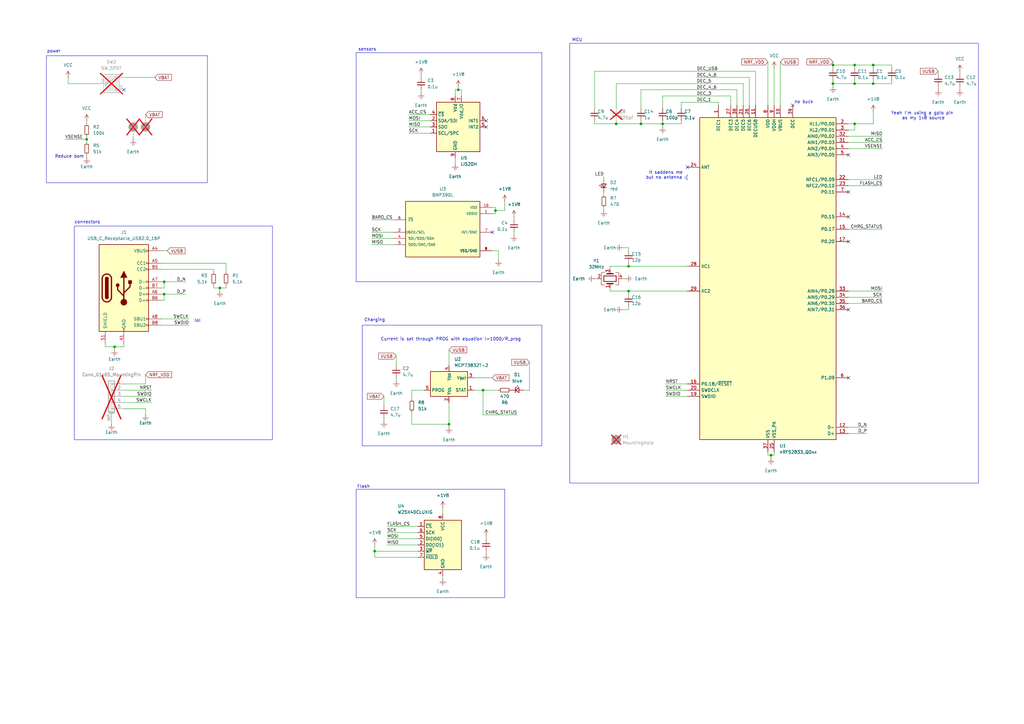
<source format=kicad_sch>
(kicad_sch (version 20231120) (generator "eeschema") (generator_version "8.0")
  (paper "A3")
  (lib_symbols
    (symbol "BMP390L:BMP390L" (pin_names (offset 1.016))
      (property "Reference" "U" (at -15.24 15.24 0))
      (property "Value" "BMP390L" (at -15.24 -15.24 0))
      (symbol "BMP390L_0_0"
        (pin power_in line (at 20.32 7.62 180) (length 5.08) (name "VDDIO") (number "1"))
        (pin power_in line (at 20.32 10.16 180) (length 5.08) (name "VDD") (number "10"))
        (pin input clock (at -20.32 0 0) (length 5.08) (name "SCK/SCL") (number "2"))
        (pin power_in line (at 20.32 -7.62 180) (length 5.08) (name "VSS/GND") (number "3"))
        (pin bidirectional line (at -20.32 -2.54 0) (length 5.08) (name "SDI/SDO/SDA") (number "4"))
        (pin bidirectional line (at -20.32 -5.08 0) (length 5.08) (name "SDO/DNC/SA0") (number "5"))
        (pin input line (at -20.32 5.08 0) (length 5.08) (name "~{CS}") (number "6"))
        (pin output line (at 20.32 0 180) (length 5.08) (name "INT/DNC") (number "7"))
        (pin power_in line (at 20.32 -7.62 180) (length 5.08) (name "VSS/GND") (number "8"))
        (pin power_in line (at 20.32 -7.62 180) (length 5.08) (name "VSS/GND") (number "9"))
      )
    )
    (symbol "Battery_Management:MCP73832-2-OT"
      (property "Reference" "U" (at -7.62 6.35 0))
      (property "Value" "MCP73832-2-OT" (at 1.27 6.35 0))
      (symbol "MCP73832-2-OT_1_1"
        (pin open_collector line (at 10.16 -2.54 180) (length 2.54) (name "STAT") (number "1"))
        (pin power_in line (at 0 -7.62 90) (length 2.54) (name "V_{SS}") (number "2"))
        (pin power_out line (at 10.16 2.54 180) (length 2.54) (name "V_{BAT}") (number "3"))
        (pin power_in line (at 0 7.62 270) (length 2.54) (name "V_{DD}") (number "4"))
        (pin input line (at -10.16 -2.54 0) (length 2.54) (name "PROG") (number "5"))
      )
    )
    (symbol "Connector:USB_C_Receptacle_USB2.0_16P" (pin_names (offset 1.016))
      (property "Reference" "J" (at 0 22.225 0))
      (property "Value" "USB_C_Receptacle_USB2.0_16P" (at 0 19.685 0))
      (symbol "USB_C_Receptacle_USB2.0_16P_1_1"
        (pin passive line (at 0 -22.86 90) (length 5.08) (name "GND") (number "A1"))
        (pin passive line (at 0 -22.86 90) (length 5.08) hide (name "GND") (number "A12"))
        (pin passive line (at 15.24 15.24 180) (length 5.08) (name "VBUS") (number "A4"))
        (pin bidirectional line (at 15.24 10.16 180) (length 5.08) (name "CC1") (number "A5"))
        (pin bidirectional line (at 15.24 -2.54 180) (length 5.08) (name "D+") (number "A6"))
        (pin bidirectional line (at 15.24 2.54 180) (length 5.08) (name "D-") (number "A7"))
        (pin bidirectional line (at 15.24 -12.7 180) (length 5.08) (name "SBU1") (number "A8"))
        (pin passive line (at 15.24 15.24 180) (length 5.08) hide (name "VBUS") (number "A9"))
        (pin passive line (at 0 -22.86 90) (length 5.08) hide (name "GND") (number "B1"))
        (pin passive line (at 0 -22.86 90) (length 5.08) hide (name "GND") (number "B12"))
        (pin passive line (at 15.24 15.24 180) (length 5.08) hide (name "VBUS") (number "B4"))
        (pin bidirectional line (at 15.24 7.62 180) (length 5.08) (name "CC2") (number "B5"))
        (pin bidirectional line (at 15.24 -5.08 180) (length 5.08) (name "D+") (number "B6"))
        (pin bidirectional line (at 15.24 0 180) (length 5.08) (name "D-") (number "B7"))
        (pin bidirectional line (at 15.24 -15.24 180) (length 5.08) (name "SBU2") (number "B8"))
        (pin passive line (at 15.24 15.24 180) (length 5.08) hide (name "VBUS") (number "B9"))
        (pin passive line (at -7.62 -22.86 90) (length 5.08) (name "SHIELD") (number "S1"))
      )
    )
    (symbol "Connector_Generic_MountingPin:Conn_01x05_MountingPin" (pin_names (offset 1.016) hide)
      (property "Reference" "J" (at 0 7.62 0))
      (property "Value" "Conn_01x05_MountingPin" (at 1.27 -7.62 0))
      (symbol "Conn_01x05_MountingPin_1_1"
        (text "Mounting" (at 0 -6.731 0) (effects (font (size 0.381 0.381))))
        (pin passive line (at -5.08 5.08 0) (length 3.81) (name "Pin_1") (number "1"))
        (pin passive line (at -5.08 2.54 0) (length 3.81) (name "Pin_2") (number "2"))
        (pin passive line (at -5.08 0 0) (length 3.81) (name "Pin_3") (number "3"))
        (pin passive line (at -5.08 -2.54 0) (length 3.81) (name "Pin_4") (number "4"))
        (pin passive line (at -5.08 -5.08 0) (length 3.81) (name "Pin_5") (number "5"))
        (pin passive line (at 0 -10.16 90) (length 3.048) (name "MountPin") (number "MP"))
      )
    )
    (symbol "Device:C_Small" (pin_numbers hide) (pin_names (offset 0.254) hide)
      (property "Reference" "C" (at 0.254 1.778 0))
      (property "Value" "C_Small" (at 0.254 -2.032 0))
      (symbol "C_Small_1_1"
        (pin passive line (at 0 2.54 270) (length 2.032) (name "~") (number "1"))
        (pin passive line (at 0 -2.54 90) (length 2.032) (name "~") (number "2"))
      )
    )
    (symbol "Device:Crystal_GND24" (pin_names (offset 1.016) hide)
      (property "Reference" "Y" (at 3.175 5.08 0))
      (property "Value" "Crystal_GND24" (at 3.175 3.175 0))
      (symbol "Crystal_GND24_1_1"
        (pin passive line (at -3.81 0 0) (length 1.27) (name "1") (number "1"))
        (pin passive line (at 0 5.08 270) (length 1.27) (name "2") (number "2"))
        (pin passive line (at 3.81 0 180) (length 1.27) (name "3") (number "3"))
        (pin passive line (at 0 -5.08 90) (length 1.27) (name "4") (number "4"))
      )
    )
    (symbol "Device:LED_Small" (pin_numbers hide) (pin_names (offset 0.254) hide)
      (property "Reference" "D" (at -1.27 3.175 0))
      (property "Value" "LED_Small" (at -4.445 -2.54 0))
      (symbol "LED_Small_1_1"
        (pin passive line (at -2.54 0 0) (length 1.778) (name "K") (number "1"))
        (pin passive line (at 2.54 0 180) (length 1.778) (name "A") (number "2"))
      )
    )
    (symbol "Device:R_Small" (pin_numbers hide) (pin_names (offset 0.254) hide)
      (property "Reference" "R" (at 0.762 0.508 0))
      (property "Value" "R_Small" (at 0.762 -1.016 0))
      (symbol "R_Small_1_1"
        (pin passive line (at 0 2.54 270) (length 0.762) (name "~") (number "1"))
        (pin passive line (at 0 -2.54 90) (length 0.762) (name "~") (number "2"))
      )
    )
    (symbol "MCU_Nordic:nRF52833_QDxx"
      (property "Reference" "U" (at 0 5.08 0))
      (property "Value" "nRF52833_QDxx" (at 0 2.54 0))
      (symbol "nRF52833_QDxx_1_1"
        (pin passive line (at -20.32 71.12 270) (length 5.08) (name "DEC1") (number "1"))
        (pin power_in line (at 5.08 71.12 270) (length 5.08) (name "VBUS") (number "10"))
        (pin passive line (at -5.08 71.12 270) (length 5.08) (name "DECUSB") (number "11"))
        (pin bidirectional line (at 33.02 -60.96 180) (length 5.08) (name "D-") (number "12"))
        (pin bidirectional line (at 33.02 -63.5 180) (length 5.08) (name "D+") (number "13"))
        (pin bidirectional line (at 33.02 25.4 180) (length 5.08) (name "P0.15") (number "14"))
        (pin bidirectional line (at 33.02 20.32 180) (length 5.08) (name "P0.17") (number "15"))
        (pin bidirectional line (at -33.02 -43.18 0) (length 5.08) (name "P0.18/~{RESET}") (number "16"))
        (pin bidirectional line (at 33.02 15.24 180) (length 5.08) (name "P0.20") (number "17"))
        (pin passive line (at 0 71.12 270) (length 5.08) hide (name "VDD") (number "18"))
        (pin bidirectional line (at -33.02 -48.26 0) (length 5.08) (name "SWDIO") (number "19"))
        (pin bidirectional line (at 33.02 63.5 180) (length 5.08) (name "XL1/P0.00") (number "2"))
        (pin input line (at -33.02 -45.72 0) (length 5.08) (name "SWDCLK") (number "20"))
        (pin passive line (at -10.16 71.12 270) (length 5.08) (name "DEC5") (number "21"))
        (pin bidirectional line (at 33.02 40.64 180) (length 5.08) (name "NFC1/P0.09") (number "22"))
        (pin bidirectional line (at 33.02 38.1 180) (length 5.08) (name "NFC2/P0.10") (number "23"))
        (pin passive line (at -33.02 45.72 0) (length 5.08) (name "ANT") (number "24"))
        (pin power_in line (at 2.54 -71.12 90) (length 5.08) (name "VSS_PA") (number "25"))
        (pin passive line (at -7.62 71.12 270) (length 5.08) (name "DEC6") (number "26"))
        (pin passive line (at -15.24 71.12 270) (length 5.08) (name "DEC3") (number "27"))
        (pin input line (at -33.02 5.08 0) (length 5.08) (name "XC1") (number "28"))
        (pin input line (at -33.02 -5.08 0) (length 5.08) (name "XC2") (number "29"))
        (pin bidirectional line (at 33.02 60.96 180) (length 5.08) (name "XL2/P0.01") (number "3"))
        (pin passive line (at 0 71.12 270) (length 5.08) hide (name "VDD") (number "30"))
        (pin bidirectional line (at 33.02 55.88 180) (length 5.08) (name "AIN1/P0.03") (number "31"))
        (pin bidirectional line (at 33.02 58.42 180) (length 5.08) (name "AIN0/P0.02") (number "32"))
        (pin bidirectional line (at 33.02 -5.08 180) (length 5.08) (name "AIN4/P0.28") (number "33"))
        (pin bidirectional line (at 33.02 -7.62 180) (length 5.08) (name "AIN5/P0.29") (number "34"))
        (pin bidirectional line (at 33.02 -10.16 180) (length 5.08) (name "AIN6/P0.30") (number "35"))
        (pin bidirectional line (at 33.02 -12.7 180) (length 5.08) (name "AIN7/P0.31") (number "36"))
        (pin power_in line (at 0 -71.12 90) (length 5.08) (name "VSS") (number "37"))
        (pin passive line (at -12.7 71.12 270) (length 5.08) (name "DEC4") (number "38"))
        (pin power_out line (at 10.16 71.12 270) (length 5.08) (name "DCC") (number "39"))
        (pin bidirectional line (at 33.02 53.34 180) (length 5.08) (name "AIN2/P0.04") (number "4"))
        (pin passive line (at 0 71.12 270) (length 5.08) hide (name "VDD") (number "40"))
        (pin passive line (at 0 -71.12 90) (length 5.08) hide (name "VSS") (number "41"))
        (pin bidirectional line (at 33.02 50.8 180) (length 5.08) (name "AIN3/P0.05") (number "5"))
        (pin bidirectional line (at 33.02 -40.64 180) (length 5.08) (name "P1.09") (number "6"))
        (pin bidirectional line (at 33.02 35.56 180) (length 5.08) (name "P0.11") (number "7"))
        (pin power_in line (at 0 71.12 270) (length 5.08) (name "VDD") (number "8"))
        (pin power_in line (at 2.54 71.12 270) (length 5.08) (name "VDDH") (number "9"))
      )
    )
    (symbol "Mechanical:MountingHole" (pin_names (offset 1.016)) (exclude_from_sim yes) (in_bom no)
      (property "Reference" "H" (at 0 5.08 0))
      (property "Value" "MountingHole" (at 0 3.175 0))
    )
    (symbol "Mechanical:MountingHole_Pad" (pin_numbers hide) (pin_names (offset 1.016) hide) (exclude_from_sim yes) (in_bom no)
      (property "Reference" "H" (at 0 6.35 0))
      (property "Value" "MountingHole_Pad" (at 0 4.445 0))
      (symbol "MountingHole_Pad_1_1"
        (pin input line (at 0 -2.54 90) (length 2.54) (name "1") (number "1"))
      )
    )
    (symbol "Memory_Flash:W25X40CLSS"
      (property "Reference" "U" (at -7.62 10.16 0))
      (property "Value" "W25X40CLSS" (at 2.54 10.16 0))
      (symbol "W25X40CLSS_1_1"
        (pin input line (at -10.16 7.62 0) (length 2.54) (name "~{CS}") (number "1"))
        (pin bidirectional line (at -10.16 0 0) (length 2.54) (name "DO(IO1)") (number "2"))
        (pin bidirectional line (at -10.16 -2.54 0) (length 2.54) (name "~{WP}") (number "3"))
        (pin power_in line (at 0 -12.7 90) (length 2.54) (name "GND") (number "4"))
        (pin bidirectional line (at -10.16 2.54 0) (length 2.54) (name "DI(IO0)") (number "5"))
        (pin input line (at -10.16 5.08 0) (length 2.54) (name "SCK") (number "6"))
        (pin bidirectional line (at -10.16 -5.08 0) (length 2.54) (name "~{HOLD}") (number "7"))
        (pin power_in line (at 0 12.7 270) (length 2.54) (name "VCC") (number "8"))
      )
    )
    (symbol "Sensor_Motion:LIS2DH"
      (property "Reference" "U" (at -8.89 11.43 0))
      (property "Value" "LIS2DH" (at 3.81 11.43 0))
      (symbol "LIS2DH_1_1"
        (pin input line (at -10.16 -2.54 0) (length 2.54) (name "SCL/SPC") (number "1"))
        (pin passive line (at 0 -12.7 90) (length 2.54) hide (name "GND") (number "10"))
        (pin passive line (at 0 -12.7 90) (length 2.54) hide (name "GND") (number "11"))
        (pin passive line (at 0 -12.7 90) (length 2.54) hide (name "GND") (number "12"))
        (pin passive line (at 0 -12.7 90) (length 2.54) hide (name "GND") (number "13"))
        (pin passive line (at 0 -12.7 90) (length 2.54) hide (name "GND") (number "14"))
        (pin bidirectional line (at -10.16 2.54 0) (length 2.54) (name "SDA/SDI") (number "2"))
        (pin output line (at -10.16 0 0) (length 2.54) (name "SDO") (number "3"))
        (pin input line (at -10.16 5.08 0) (length 2.54) (name "~{CS}") (number "4"))
        (pin output line (at 12.7 0 180) (length 2.54) (name "INT2") (number "5"))
        (pin output line (at 12.7 2.54 180) (length 2.54) (name "INT1") (number "6"))
        (pin power_in line (at 2.54 12.7 270) (length 2.54) (name "Vdd_IO") (number "7"))
        (pin power_in line (at 0 12.7 270) (length 2.54) (name "Vdd") (number "8"))
        (pin power_in line (at 0 -12.7 90) (length 2.54) (name "GND") (number "9"))
      )
    )
    (symbol "Switch:SW_SPDT" (pin_names (offset 0) hide)
      (property "Reference" "SW" (at 0 5.08 0))
      (property "Value" "SW_SPDT" (at 0 -5.08 0))
      (symbol "SW_SPDT_1_1"
        (pin passive line (at 5.08 2.54 180) (length 2.54) (name "A") (number "1"))
        (pin passive line (at -5.08 0 0) (length 2.54) (name "B") (number "2"))
        (pin passive line (at 5.08 -2.54 180) (length 2.54) (name "C") (number "3"))
      )
    )
    (symbol "power:+1V8" (power) (pin_numbers hide) (pin_names (offset 0) hide)
      (property "Value" "+1V8" (at 0 3.556 0))
      (symbol "+1V8_1_1"
        (pin power_in line (at 0 0 90) (length 0) (name "~") (number "1"))
      )
    )
    (symbol "power:Earth" (power) (pin_numbers hide) (pin_names (offset 0) hide)
      (property "Value" "Earth" (at 0 -3.81 0))
      (symbol "Earth_1_1"
        (pin power_in line (at 0 0 270) (length 0) (name "~") (number "1"))
      )
    )
    (symbol "power:VCC" (power) (pin_numbers hide) (pin_names (offset 0) hide)
      (property "Value" "VCC" (at 0 3.556 0))
      (symbol "VCC_1_1"
        (pin power_in line (at 0 0 90) (length 0) (name "~") (number "1"))
      )
    )
  )
  (junction (at 257.81 109.22))
  (junction (at 358.14 26.67))
  (junction (at 67.31 120.65))
  (junction (at 153.67 226.06))
  (junction (at 203.2 86.36))
  (junction (at 35.56 57.15))
  (junction (at 341.63 26.67))
  (junction (at 350.52 50.8))
  (junction (at 198.12 160.02))
  (junction (at 350.52 34.29))
  (junction (at 252.73 50.8))
  (junction (at 316.23 186.69))
  (junction (at 184.15 173.99))
  (junction (at 187.96 36.83))
  (junction (at 257.81 119.38))
  (junction (at 341.63 34.29))
  (junction (at 271.78 50.8))
  (junction (at 67.31 115.57))
  (junction (at 262.89 50.8))
  (junction (at 350.52 26.67))
  (junction (at 46.99 142.24))
  (junction (at 90.17 118.11))
  (junction (at 358.14 34.29))
  (no_connect (at 347.98 88.9))
  (no_connect (at 325.12 43.18))
  (no_connect (at 347.98 127))
  (no_connect (at 347.98 63.5))
  (no_connect (at 347.98 99.06))
  (no_connect (at 199.39 49.53))
  (no_connect (at 201.93 95.25))
  (no_connect (at 347.98 78.74))
  (no_connect (at 281.94 68.58))
  (no_connect (at 199.39 52.07))
  (no_connect (at 50.8 36.83))
  (no_connect (at 347.98 154.94))
  (wire (pts (xy 384.81 35.56) (xy 384.81 36.83)))
  (wire (pts (xy 59.69 153.67) (xy 59.69 157.48)))
  (wire (pts (xy 341.63 26.67) (xy 341.63 27.94)))
  (wire (pts (xy 347.98 175.26) (xy 355.6 175.26)))
  (wire (pts (xy 59.69 46.99) (xy 59.69 48.26)))
  (wire (pts (xy 66.04 123.19) (xy 67.31 123.19)))
  (wire (pts (xy 210.82 95.25) (xy 210.82 96.52)))
  (wire (pts (xy 294.64 43.18) (xy 294.64 41.91)))
  (wire (pts (xy 257.81 127) (xy 255.27 127)))
  (wire (pts (xy 181.61 210.82) (xy 181.61 208.28)))
  (wire (pts (xy 198.12 160.02) (xy 204.47 160.02)))
  (wire (pts (xy 347.98 58.42) (xy 361.95 58.42)))
  (wire (pts (xy 257.81 119.38) (xy 250.19 119.38)))
  (wire (pts (xy 243.84 29.21) (xy 309.88 29.21)))
  (wire (pts (xy 194.31 154.94) (xy 201.93 154.94)))
  (wire (pts (xy 384.81 29.21) (xy 384.81 30.48)))
  (wire (pts (xy 158.75 215.9) (xy 171.45 215.9)))
  (wire (pts (xy 252.73 34.29) (xy 304.8 34.29)))
  (wire (pts (xy 257.81 119.38) (xy 257.81 120.65)))
  (wire (pts (xy 350.52 50.8) (xy 358.14 50.8)))
  (wire (pts (xy 152.4 97.79) (xy 161.29 97.79)))
  (wire (pts (xy 184.15 165.1) (xy 184.15 173.99)))
  (wire (pts (xy 214.63 160.02) (xy 217.17 160.02)))
  (wire (pts (xy 350.52 53.34) (xy 350.52 50.8)))
  (wire (pts (xy 54.61 55.88) (xy 54.61 57.15)))
  (wire (pts (xy 279.4 49.53) (xy 279.4 50.8)))
  (wire (pts (xy 257.81 109.22) (xy 281.94 109.22)))
  (wire (pts (xy 35.56 63.5) (xy 35.56 64.77)))
  (wire (pts (xy 43.18 142.24) (xy 46.99 142.24)))
  (wire (pts (xy 250.19 109.22) (xy 250.19 110.49)))
  (wire (pts (xy 273.05 162.56) (xy 281.94 162.56)))
  (wire (pts (xy 203.2 86.36) (xy 203.2 87.63)))
  (wire (pts (xy 162.56 154.94) (xy 162.56 156.21)))
  (wire (pts (xy 341.63 34.29) (xy 350.52 34.29)))
  (wire (pts (xy 153.67 226.06) (xy 171.45 226.06)))
  (wire (pts (xy 341.63 33.02) (xy 341.63 34.29)))
  (wire (pts (xy 317.5 27.94) (xy 317.5 43.18)))
  (wire (pts (xy 243.84 44.45) (xy 243.84 29.21)))
  (wire (pts (xy 158.75 218.44) (xy 171.45 218.44)))
  (wire (pts (xy 347.98 73.66) (xy 361.95 73.66)))
  (wire (pts (xy 317.5 185.42) (xy 317.5 186.69)))
  (wire (pts (xy 262.89 36.83) (xy 262.89 44.45)))
  (wire (pts (xy 189.23 36.83) (xy 187.96 36.83)))
  (wire (pts (xy 186.69 64.77) (xy 186.69 67.31)))
  (wire (pts (xy 153.67 228.6) (xy 171.45 228.6)))
  (wire (pts (xy 167.64 52.07) (xy 176.53 52.07)))
  (wire (pts (xy 59.69 167.64) (xy 59.69 170.18)))
  (wire (pts (xy 189.23 39.37) (xy 189.23 36.83)))
  (wire (pts (xy 157.48 171.45) (xy 157.48 172.72)))
  (wire (pts (xy 314.96 186.69) (xy 316.23 186.69)))
  (wire (pts (xy 358.14 33.02) (xy 358.14 34.29)))
  (wire (pts (xy 199.39 219.71) (xy 199.39 220.98)))
  (wire (pts (xy 198.12 170.18) (xy 212.09 170.18)))
  (wire (pts (xy 281.94 119.38) (xy 257.81 119.38)))
  (wire (pts (xy 358.14 34.29) (xy 365.76 34.29)))
  (wire (pts (xy 162.56 146.05) (xy 162.56 149.86)))
  (wire (pts (xy 87.63 116.84) (xy 87.63 118.11)))
  (wire (pts (xy 358.14 50.8) (xy 358.14 45.72)))
  (wire (pts (xy 66.04 110.49) (xy 87.63 110.49)))
  (wire (pts (xy 347.98 60.96) (xy 361.95 60.96)))
  (wire (pts (xy 252.73 50.8) (xy 262.89 50.8)))
  (wire (pts (xy 50.8 160.02) (xy 62.23 160.02)))
  (wire (pts (xy 257.81 101.6) (xy 255.27 101.6)))
  (wire (pts (xy 198.12 160.02) (xy 198.12 170.18)))
  (wire (pts (xy 67.31 120.65) (xy 76.2 120.65)))
  (wire (pts (xy 347.98 55.88) (xy 361.95 55.88)))
  (wire (pts (xy 257.81 107.95) (xy 257.81 109.22)))
  (wire (pts (xy 358.14 26.67) (xy 358.14 27.94)))
  (wire (pts (xy 204.47 102.87) (xy 204.47 106.68)))
  (wire (pts (xy 66.04 107.95) (xy 92.71 107.95)))
  (wire (pts (xy 273.05 160.02) (xy 281.94 160.02)))
  (wire (pts (xy 347.98 121.92) (xy 361.95 121.92)))
  (wire (pts (xy 186.69 36.83) (xy 186.69 39.37)))
  (wire (pts (xy 393.7 29.21) (xy 393.7 30.48)))
  (wire (pts (xy 187.96 36.83) (xy 186.69 36.83)))
  (wire (pts (xy 167.64 46.99) (xy 176.53 46.99)))
  (wire (pts (xy 347.98 76.2) (xy 361.95 76.2)))
  (wire (pts (xy 350.52 26.67) (xy 358.14 26.67)))
  (wire (pts (xy 157.48 162.56) (xy 157.48 166.37)))
  (wire (pts (xy 243.84 50.8) (xy 252.73 50.8)))
  (wire (pts (xy 152.4 95.25) (xy 161.29 95.25)))
  (wire (pts (xy 243.84 49.53) (xy 243.84 50.8)))
  (wire (pts (xy 152.4 90.17) (xy 161.29 90.17)))
  (wire (pts (xy 43.18 142.24) (xy 43.18 140.97)))
  (wire (pts (xy 341.63 25.4) (xy 341.63 26.67)))
  (wire (pts (xy 50.8 162.56) (xy 62.23 162.56)))
  (wire (pts (xy 309.88 43.18) (xy 309.88 29.21)))
  (wire (pts (xy 302.26 43.18) (xy 302.26 36.83)))
  (wire (pts (xy 347.98 177.8) (xy 355.6 177.8)))
  (wire (pts (xy 247.65 72.39) (xy 247.65 73.66)))
  (wire (pts (xy 181.61 236.22) (xy 181.61 237.49)))
  (wire (pts (xy 247.65 85.09) (xy 247.65 86.36)))
  (wire (pts (xy 271.78 39.37) (xy 271.78 44.45)))
  (wire (pts (xy 347.98 93.98) (xy 361.95 93.98)))
  (wire (pts (xy 252.73 34.29) (xy 252.73 44.45)))
  (wire (pts (xy 307.34 43.18) (xy 307.34 31.75)))
  (wire (pts (xy 172.72 36.83) (xy 172.72 38.1)))
  (wire (pts (xy 27.94 34.29) (xy 27.94 31.75)))
  (wire (pts (xy 201.93 85.09) (xy 203.2 85.09)))
  (wire (pts (xy 153.67 226.06) (xy 153.67 223.52)))
  (wire (pts (xy 271.78 50.8) (xy 271.78 52.07)))
  (wire (pts (xy 26.67 57.15) (xy 35.56 57.15)))
  (wire (pts (xy 194.31 160.02) (xy 198.12 160.02)))
  (wire (pts (xy 87.63 118.11) (xy 90.17 118.11)))
  (wire (pts (xy 66.04 130.81) (xy 77.47 130.81)))
  (wire (pts (xy 46.99 142.24) (xy 50.8 142.24)))
  (wire (pts (xy 210.82 88.9) (xy 210.82 90.17)))
  (wire (pts (xy 67.31 123.19) (xy 67.31 120.65)))
  (wire (pts (xy 173.99 160.02) (xy 168.91 160.02)))
  (wire (pts (xy 262.89 36.83) (xy 302.26 36.83)))
  (wire (pts (xy 207.01 86.36) (xy 207.01 82.55)))
  (wire (pts (xy 35.56 49.53) (xy 35.56 50.8)))
  (wire (pts (xy 168.91 160.02) (xy 168.91 163.83)))
  (wire (pts (xy 316.23 186.69) (xy 316.23 187.96)))
  (wire (pts (xy 347.98 50.8) (xy 350.52 50.8)))
  (wire (pts (xy 152.4 100.33) (xy 161.29 100.33)))
  (wire (pts (xy 347.98 53.34) (xy 350.52 53.34)))
  (wire (pts (xy 203.2 86.36) (xy 207.01 86.36)))
  (wire (pts (xy 262.89 50.8) (xy 271.78 50.8)))
  (wire (pts (xy 304.8 34.29) (xy 304.8 43.18)))
  (wire (pts (xy 350.52 26.67) (xy 350.52 27.94)))
  (wire (pts (xy 35.56 55.88) (xy 35.56 57.15)))
  (wire (pts (xy 252.73 49.53) (xy 252.73 50.8)))
  (wire (pts (xy 245.11 114.3) (xy 243.84 114.3)))
  (wire (pts (xy 279.4 44.45) (xy 279.4 41.91)))
  (wire (pts (xy 273.05 157.48) (xy 281.94 157.48)))
  (wire (pts (xy 250.19 109.22) (xy 257.81 109.22)))
  (wire (pts (xy 271.78 39.37) (xy 299.72 39.37)))
  (wire (pts (xy 66.04 133.35) (xy 77.47 133.35)))
  (wire (pts (xy 341.63 34.29) (xy 341.63 35.56)))
  (wire (pts (xy 158.75 220.98) (xy 171.45 220.98)))
  (wire (pts (xy 365.76 33.02) (xy 365.76 34.29)))
  (wire (pts (xy 203.2 85.09) (xy 203.2 86.36)))
  (wire (pts (xy 341.63 26.67) (xy 350.52 26.67)))
  (wire (pts (xy 320.04 25.4) (xy 320.04 43.18)))
  (wire (pts (xy 262.89 49.53) (xy 262.89 50.8)))
  (wire (pts (xy 90.17 118.11) (xy 92.71 118.11)))
  (wire (pts (xy 257.81 102.87) (xy 257.81 101.6)))
  (wire (pts (xy 168.91 168.91) (xy 168.91 173.99)))
  (wire (pts (xy 45.72 172.72) (xy 45.72 173.99)))
  (wire (pts (xy 50.8 31.75) (xy 63.5 31.75)))
  (wire (pts (xy 87.63 110.49) (xy 87.63 111.76)))
  (wire (pts (xy 250.19 119.38) (xy 250.19 118.11)))
  (wire (pts (xy 187.96 35.56) (xy 187.96 36.83)))
  (wire (pts (xy 67.31 115.57) (xy 76.2 115.57)))
  (wire (pts (xy 50.8 157.48) (xy 59.69 157.48)))
  (wire (pts (xy 153.67 228.6) (xy 153.67 226.06)))
  (wire (pts (xy 50.8 165.1) (xy 62.23 165.1)))
  (wire (pts (xy 299.72 43.18) (xy 299.72 39.37)))
  (wire (pts (xy 285.75 31.75) (xy 307.34 31.75)))
  (wire (pts (xy 168.91 173.99) (xy 184.15 173.99)))
  (wire (pts (xy 50.8 142.24) (xy 50.8 140.97)))
  (wire (pts (xy 347.98 124.46) (xy 361.95 124.46)))
  (wire (pts (xy 35.56 57.15) (xy 35.56 58.42)))
  (wire (pts (xy 46.99 142.24) (xy 46.99 143.51)))
  (wire (pts (xy 90.17 118.11) (xy 90.17 119.38)))
  (wire (pts (xy 217.17 160.02) (xy 217.17 148.59)))
  (wire (pts (xy 365.76 27.94) (xy 365.76 26.67)))
  (wire (pts (xy 350.52 34.29) (xy 358.14 34.29)))
  (wire (pts (xy 66.04 102.87) (xy 68.58 102.87)))
  (wire (pts (xy 66.04 120.65) (xy 67.31 120.65)))
  (wire (pts (xy 184.15 173.99) (xy 184.15 175.26)))
  (wire (pts (xy 172.72 30.48) (xy 172.72 31.75)))
  (wire (pts (xy 314.96 43.18) (xy 314.96 25.4)))
  (wire (pts (xy 314.96 185.42) (xy 314.96 186.69)))
  (wire (pts (xy 184.15 143.51) (xy 184.15 149.86)))
  (wire (pts (xy 316.23 186.69) (xy 317.5 186.69)))
  (wire (pts (xy 247.65 78.74) (xy 247.65 80.01)))
  (wire (pts (xy 50.8 167.64) (xy 59.69 167.64)))
  (wire (pts (xy 92.71 107.95) (xy 92.71 111.76)))
  (wire (pts (xy 201.93 102.87) (xy 204.47 102.87)))
  (wire (pts (xy 40.64 34.29) (xy 27.94 34.29)))
  (wire (pts (xy 167.64 49.53) (xy 176.53 49.53)))
  (wire (pts (xy 393.7 35.56) (xy 393.7 36.83)))
  (wire (pts (xy 201.93 87.63) (xy 203.2 87.63)))
  (wire (pts (xy 271.78 50.8) (xy 279.4 50.8)))
  (wire (pts (xy 347.98 119.38) (xy 361.95 119.38)))
  (wire (pts (xy 255.27 114.3) (xy 256.54 114.3)))
  (wire (pts (xy 257.81 125.73) (xy 257.81 127)))
  (wire (pts (xy 158.75 223.52) (xy 171.45 223.52)))
  (wire (pts (xy 279.4 41.91) (xy 294.64 41.91)))
  (wire (pts (xy 92.71 118.11) (xy 92.71 116.84)))
  (wire (pts (xy 167.64 54.61) (xy 176.53 54.61)))
  (wire (pts (xy 67.31 118.11) (xy 67.31 115.57)))
  (wire (pts (xy 271.78 49.53) (xy 271.78 50.8)))
  (wire (pts (xy 350.52 33.02) (xy 350.52 34.29)))
  (wire (pts (xy 66.04 115.57) (xy 67.31 115.57)))
  (wire (pts (xy 66.04 118.11) (xy 67.31 118.11)))
  (wire (pts (xy 199.39 226.06) (xy 199.39 227.33)))
  (wire (pts (xy 358.14 26.67) (xy 365.76 26.67)))
  (rectangle (start 233.68 17.78) (end 401.32 198.12))
  (rectangle (start 146.05 21.59) (end 222.25 115.57))
  (rectangle (start 19.05 22.86) (end 85.09 74.93))
  (rectangle (start 30.48 92.71) (end 111.76 180.34))
  (rectangle (start 146.05 200.66) (end 207.01 245.11))
  (rectangle (start 148.59 133.35) (end 222.25 182.88))
  (text "Reduce bom" (at 28.448 64.262 0) (effects (font (size 1.27 1.27))))
  (text "Yeah I'm using a gpio pin \nas my 1v8 source" (at 378.714 47.498 0) (effects (font (size 1.27 1.27))))
  (text "no buck" (at 329.692 41.91 0) (effects (font (size 1.27 1.27))))
  (text "lol" (at 81.026 131.572 0) (effects (font (size 1.27 1.27))))
  (text "power" (at 22.098 21.082 0) (effects (font (size 1.27 1.27))))
  (text "Charging" (at 153.67 131.318 0) (effects (font (size 1.27 1.27))))
  (text "It saddens me \nbut no antenna :(" (at 273.558 71.882 0) (effects (font (size 1.27 1.27))))
  (text "Current is set through PROG with equation I=1000/R_prog" (at 184.912 139.192 0) (effects (font (size 1.27 1.27))))
  (text "MCU" (at 236.728 16.51 0) (effects (font (size 1.27 1.27))))
  (text "connectors" (at 35.814 91.186 0) (effects (font (size 1.27 1.27))))
  (text "Flash" (at 149.098 199.644 0) (effects (font (size 1.27 1.27))))
  (text "sensors" (at 150.622 20.32 0) (effects (font (size 1.27 1.27))))
  (label "LED" (at 247.65 72.39 180))
  (label "D_P" (at 76.2 120.65 180))
  (label "SWDIO" (at 77.47 133.35 180))
  (label "MOSI" (at 361.95 119.38 180))
  (label "CHRG_STATUS" (at 212.09 170.18 180))
  (label "ACC_CS" (at 167.64 46.99 0))
  (label "SCK" (at 167.64 54.61 0))
  (label "SWCLK" (at 273.05 160.02 0))
  (label "VSENSE" (at 361.95 60.96 180))
  (label "SWCLK" (at 62.23 165.1 180))
  (label "CHRG_STATUS" (at 361.95 93.98 180))
  (label "FLASH_CS" (at 361.95 76.2 180))
  (label "MISO" (at 361.95 55.88 180))
  (label "SWDIO" (at 62.23 162.56 180))
  (label "DEC_3" (at 285.75 39.37 0))
  (label "D_N" (at 355.6 175.26 180))
  (label "NRST" (at 273.05 157.48 0))
  (label "BARO_CS" (at 152.4 90.17 0))
  (label "MISO" (at 158.75 223.52 0))
  (label "D_N" (at 76.2 115.57 180))
  (label "SCK" (at 152.4 95.25 0))
  (label "BARO_CS" (at 361.95 124.46 180))
  (label "SCK" (at 361.95 121.92 180))
  (label "MISO" (at 167.64 52.07 0))
  (label "MISO" (at 152.4 100.33 0))
  (label "SWDIO" (at 273.05 162.56 0))
  (label "DEC_1" (at 285.75 41.91 0))
  (label "LED" (at 361.95 73.66 180))
  (label "DEC_4_6" (at 285.75 36.83 0))
  (label "D_P" (at 355.6 177.8 180))
  (label "MOSI" (at 152.4 97.79 0))
  (label "SCK" (at 158.75 218.44 0))
  (label "NRST" (at 62.23 160.02 180))
  (label "DEC_USB" (at 285.75 29.21 0))
  (label "DEC_5" (at 285.75 34.29 0))
  (label "DEC_4_6" (at 285.75 31.75 0))
  (label "VSENSE" (at 26.67 57.15 0))
  (label "MOSI" (at 167.64 49.53 0))
  (label "MOSI" (at 158.75 220.98 0))
  (label "SWCLK" (at 77.47 130.81 180))
  (label "FLASH_CS" (at 158.75 215.9 0))
  (label "ACC_CS" (at 361.95 58.42 180))
  (global_label "VBAT" (shape input) (at 201.93 154.94 0) (property "Intersheetrefs" "${INTERSHEET_REFS}" (effects (hide yes))))
  (global_label "NRF_VDD" (shape input) (at 59.69 153.67 0) (property "Intersheetrefs" "${INTERSHEET_REFS}" (effects (hide yes))))
  (global_label "VBAT" (shape input) (at 63.5 31.75 0) (property "Intersheetrefs" "${INTERSHEET_REFS}" (effects (hide yes))))
  (global_label "VUSB" (shape input) (at 68.58 102.87 0) (property "Intersheetrefs" "${INTERSHEET_REFS}" (effects (hide yes))))
  (global_label "NRF_VDD" (shape input) (at 341.63 25.4 180) (property "Intersheetrefs" "${INTERSHEET_REFS}" (effects (hide yes))))
  (global_label "VUSB" (shape input) (at 184.15 143.51 0) (property "Intersheetrefs" "${INTERSHEET_REFS}" (effects (hide yes))))
  (global_label "VBAT" (shape input) (at 157.48 162.56 180) (property "Intersheetrefs" "${INTERSHEET_REFS}" (effects (hide yes))))
  (global_label "VUSB" (shape input) (at 384.81 29.21 180) (property "Intersheetrefs" "${INTERSHEET_REFS}" (effects (hide yes))))
  (global_label "VUSB" (shape input) (at 162.56 146.05 180) (property "Intersheetrefs" "${INTERSHEET_REFS}" (effects (hide yes))))
  (global_label "VUSB" (shape input) (at 320.04 25.4 0) (property "Intersheetrefs" "${INTERSHEET_REFS}" (effects (hide yes))))
  (global_label "NRF_VDD" (shape input) (at 314.96 25.4 180) (property "Intersheetrefs" "${INTERSHEET_REFS}" (effects (hide yes))))
  (global_label "VBAT" (shape input) (at 59.69 46.99 0) (property "Intersheetrefs" "${INTERSHEET_REFS}" (effects (hide yes))))
  (global_label "VUSB" (shape input) (at 217.17 148.59 180) (property "Intersheetrefs" "${INTERSHEET_REFS}" (effects (hide yes))))
  (symbol (lib_id "Device:C_Small") (at 157.48 168.91 0) (unit 1)
    (property "Reference" "C17" (at 160.02 167.6462 0) (effects (justify left)))
    (property "Value" "4.7u" (at 160.02 170.1862 0) (effects (justify left)))
    (property "Footprint" "Capacitor_SMD:C_0402_1005Metric" (effects (hide yes)))
    (property "Description" "Unpolarized capacitor, small symbol" (effects (hide yes)))
    (property "LCSC" "C23733" (effects (hide yes)))
  )
  (symbol (lib_id "power:Earth") (at 186.69 67.31 0) (unit 1)
    (property "Reference" "#PWR06" (effects (hide yes)))
    (property "Value" "Earth" (at 186.69 72.39 0))
    (property "Description" "Power symbol creates a global label with name \"Earth\"" (effects (hide yes)))
  )
  (symbol (lib_id "power:Earth") (at 162.56 156.21 0) (unit 1)
    (property "Reference" "#PWR020" (effects (hide yes)))
    (property "Value" "Earth" (at 162.56 161.29 0))
    (property "Description" "Power symbol creates a global label with name \"Earth\"" (effects (hide yes)))
  )
  (symbol (lib_id "power:+1V8") (at 172.72 30.48 0) (unit 1)
    (property "Reference" "#PWR07" (effects (hide yes)))
    (property "Value" "+1V8" (at 172.72 25.4 0))
    (property "Description" "Power symbol creates a global label with name \"+1V8\"" (effects (hide yes)))
  )
  (symbol (lib_id "Device:C_Small") (at 262.89 46.99 180) (unit 1)
    (property "Reference" "C14" (at 264.16 45.72 0) (effects (justify right)))
    (property "Value" "1u" (at 264.16 48.26 0) (effects (justify right)))
    (property "Footprint" "Capacitor_SMD:C_0402_1005Metric" (effects (hide yes)))
    (property "Description" "Unpolarized capacitor, small symbol" (effects (hide yes)))
    (property "LCSC" "C52923" (effects (hide yes)))
  )
  (symbol (lib_id "Device:R_Small") (at 35.56 60.96 0) (unit 1)
    (property "Reference" "R5" (at 38.1 59.6899 0) (effects (justify left)))
    (property "Value" "51k" (at 38.1 62.2299 0) (effects (justify left)))
    (property "Footprint" "Resistor_SMD:R_0402_1005Metric" (effects (hide yes)))
    (property "Description" "Resistor, small symbol" (effects (hide yes)))
    (property "LCSC" "C25794" (effects (hide yes)))
  )
  (symbol (lib_id "power:Earth") (at 181.61 237.49 0) (unit 1)
    (property "Reference" "#PWR019" (effects (hide yes)))
    (property "Value" "Earth" (at 181.61 242.57 0))
    (property "Description" "Power symbol creates a global label with name \"Earth\"" (effects (hide yes)))
  )
  (symbol (lib_id "Device:R_Small") (at 35.56 53.34 0) (unit 1)
    (property "Reference" "R2" (at 38.1 52.0699 0) (effects (justify left)))
    (property "Value" "100k" (at 38.1 54.6099 0) (effects (justify left)))
    (property "Footprint" "Resistor_SMD:R_0402_1005Metric" (effects (hide yes)))
    (property "Description" "Resistor, small symbol" (effects (hide yes)))
    (property "LCSC" "C25741" (effects (hide yes)))
  )
  (symbol (lib_id "Device:C_Small") (at 350.52 30.48 180) (unit 1)
    (property "Reference" "C11" (at 351.79 29.21 0) (effects (justify right)))
    (property "Value" "0.1u" (at 351.79 31.75 0) (effects (justify right)))
    (property "Footprint" "Capacitor_SMD:C_0402_1005Metric" (effects (hide yes)))
    (property "Description" "Unpolarized capacitor, small symbol" (effects (hide yes)))
    (property "LCSC" "C1525" (effects (hide yes)))
  )
  (symbol (lib_id "power:Earth") (at 59.69 170.18 0) (unit 1)
    (property "Reference" "#PWR036" (effects (hide yes)))
    (property "Value" "Earth" (at 59.69 173.482 0))
    (property "Description" "Power symbol creates a global label with name \"Earth\"" (effects (hide yes)))
  )
  (symbol (lib_id "Device:Crystal_GND24") (at 250.19 114.3 90) (unit 1)
    (property "Reference" "Y1" (at 244.602 106.934 90))
    (property "Value" "32MHz" (at 244.602 109.474 90))
    (property "Footprint" "Crystal:Crystal_SMD_2016-4Pin_2.0x1.6mm" (effects (hide yes)))
    (property "Description" "Four pin crystal, GND on pins 2 and 4" (effects (hide yes)))
    (property "LCSC" "C5830663" (effects (hide yes)))
  )
  (symbol (lib_id "power:Earth") (at 247.65 86.36 0) (unit 1)
    (property "Reference" "#PWR018" (effects (hide yes)))
    (property "Value" "Earth" (at 247.65 91.44 0))
    (property "Description" "Power symbol creates a global label with name \"Earth\"" (effects (hide yes)))
  )
  (symbol (lib_id "Device:R_Small") (at 87.63 114.3 0) (mirror x) (unit 1)
    (property "Reference" "R3" (at 85.09 113.0299 0) (effects (justify right)))
    (property "Value" "5.1k" (at 85.09 115.5699 0) (effects (justify right)))
    (property "Footprint" "Resistor_SMD:R_0402_1005Metric" (effects (hide yes)))
    (property "Description" "Resistor, small symbol" (effects (hide yes)))
    (property "LCSC" "C25905" (effects (hide yes)))
  )
  (symbol (lib_id "Device:C_Small") (at 210.82 92.71 0) (mirror y) (unit 1)
    (property "Reference" "C4" (at 208.28 91.4462 0) (effects (justify left)))
    (property "Value" "0.1u" (at 208.28 93.9862 0) (effects (justify left)))
    (property "Footprint" "Capacitor_SMD:C_0402_1005Metric" (effects (hide yes)))
    (property "Description" "Unpolarized capacitor, small symbol" (effects (hide yes)))
    (property "LCSC" "C1525" (effects (hide yes)))
  )
  (symbol (lib_id "power:VCC") (at 27.94 31.75 0) (unit 1)
    (property "Reference" "#PWR03" (effects (hide yes)))
    (property "Value" "VCC" (at 27.94 26.67 0))
    (property "Description" "Power symbol creates a global label with name \"VCC\"" (effects (hide yes)))
  )
  (symbol (lib_id "power:+1V8") (at 207.01 82.55 0) (unit 1)
    (property "Reference" "#PWR09" (effects (hide yes)))
    (property "Value" "+1V8" (at 207.01 77.47 0))
    (property "Description" "Power symbol creates a global label with name \"+1V8\"" (effects (hide yes)))
  )
  (symbol (lib_id "BMP390L:BMP390L") (at 181.61 95.25 0) (unit 1)
    (property "Reference" "U3" (at 181.61 77.47 0))
    (property "Value" "BMP390L" (at 181.61 80.01 0))
    (property "Footprint" "BMP390L:XDCR_BMP390L" (effects (hide yes)))
    (property "MF" "Bosch Sensortec" (effects (hide yes)))
    (property "MAXIMUM_PACKAGE_HEIGHT" "0.8 mm" (effects (hide yes)))
    (property "Package" "None" (effects (hide yes)))
    (property "Price" "None" (effects (hide yes)))
    (property "Check_prices" "https://www.snapeda.com/parts/BMP390L/Bosch+Sensortec/view-part/?ref=eda" (effects (hide yes)))
    (property "STANDARD" "Manufacturer Recommendation" (effects (hide yes)))
    (property "PARTREV" "1.7" (effects (hide yes)))
    (property "SnapEDA_Link" "https://www.snapeda.com/parts/BMP390L/Bosch+Sensortec/view-part/?ref=snap" (effects (hide yes)))
    (property "MP" "BMP390L" (effects (hide yes)))
    (property "Purchase-URL" "https://www.snapeda.com/api/url_track_click_mouser/?unipart_id=4817101&manufacturer=Bosch Sensortec&part_name=BMP390L&search_term=None" (effects (hide yes)))
    (property "Description_1" "\nPressure Sensor Development Tools Evaluation Shuttle Board for the BMP390L\n" (effects (hide yes)))
    (property "MANUFACTURER" "BOSCH" (effects (hide yes)))
    (property "Availability" "In Stock" (effects (hide yes)))
    (property "SNAPEDA_PN" "BMP390L" (effects (hide yes)))
    (property "LCSC" "C779278" (effects (hide yes)))
  )
  (symbol (lib_id "power:VCC") (at 393.7 29.21 0) (unit 1)
    (property "Reference" "#PWR028" (effects (hide yes)))
    (property "Value" "VCC" (at 393.7 24.13 0))
    (property "Description" "Power symbol creates a global label with name \"VCC\"" (effects (hide yes)))
  )
  (symbol (lib_id "Device:R_Small") (at 92.71 114.3 0) (unit 1)
    (property "Reference" "R1" (at 95.25 113.0299 0) (effects (justify left)))
    (property "Value" "5.1k" (at 95.25 115.5699 0) (effects (justify left)))
    (property "Footprint" "Resistor_SMD:R_0402_1005Metric" (effects (hide yes)))
    (property "Description" "Resistor, small symbol" (effects (hide yes)))
    (property "LCSC" "C25905" (effects (hide yes)))
  )
  (symbol (lib_id "power:Earth") (at 90.17 119.38 0) (unit 1)
    (property "Reference" "#PWR01" (effects (hide yes)))
    (property "Value" "Earth" (at 90.17 124.46 0))
    (property "Description" "Power symbol creates a global label with name \"Earth\"" (effects (hide yes)))
  )
  (symbol (lib_id "Device:R_Small") (at 168.91 166.37 0) (unit 1)
    (property "Reference" "R8" (at 171.45 165.0999 0) (effects (justify left)))
    (property "Value" "51k" (at 171.45 167.6399 0) (effects (justify left)))
    (property "Footprint" "Resistor_SMD:R_0402_1005Metric" (effects (hide yes)))
    (property "Description" "Resistor, small symbol" (effects (hide yes)))
    (property "LCSC" "C25794" (effects (hide yes)))
  )
  (symbol (lib_id "Device:C_Small") (at 172.72 34.29 0) (unit 1)
    (property "Reference" "C3" (at 175.26 33.0262 0) (effects (justify left)))
    (property "Value" "0.1u" (at 175.26 35.5662 0) (effects (justify left)))
    (property "Footprint" "Capacitor_SMD:C_0402_1005Metric" (effects (hide yes)))
    (property "Description" "Unpolarized capacitor, small symbol" (effects (hide yes)))
    (property "LCSC" "C1525" (effects (hide yes)))
  )
  (symbol (lib_id "Device:C_Small") (at 393.7 33.02 180) (unit 1)
    (property "Reference" "C12" (at 396.24 31.75 0) (effects (justify right)))
    (property "Value" "4.7u" (at 396.24 34.29 0) (effects (justify right)))
    (property "Footprint" "Capacitor_SMD:C_0402_1005Metric" (effects (hide yes)))
    (property "Description" "Unpolarized capacitor, small symbol" (effects (hide yes)))
    (property "LCSC" "C23733" (effects (hide yes)))
  )
  (symbol (lib_id "Device:C_Small") (at 271.78 46.99 180) (unit 1)
    (property "Reference" "C6" (at 273.05 45.72 0) (effects (justify right)))
    (property "Value" "100p" (at 273.05 48.26 0) (effects (justify right)))
    (property "Footprint" "Capacitor_SMD:C_0402_1005Metric" (effects (hide yes)))
    (property "Description" "Unpolarized capacitor, small symbol" (effects (hide yes)))
    (property "LCSC" "C1546" (effects (hide yes)))
  )
  (symbol (lib_id "power:VCC") (at 317.5 27.94 0) (unit 1)
    (property "Reference" "#PWR026" (effects (hide yes)))
    (property "Value" "VCC" (at 317.5 22.86 0))
    (property "Description" "Power symbol creates a global label with name \"VCC\"" (effects (hide yes)))
  )
  (symbol (lib_id "Device:C_Small") (at 243.84 46.99 180) (unit 1)
    (property "Reference" "C9" (at 245.11 45.72 0) (effects (justify right)))
    (property "Value" "4.7u" (at 245.11 48.26 0) (effects (justify right)))
    (property "Footprint" "Capacitor_SMD:C_0402_1005Metric" (effects (hide yes)))
    (property "Description" "Unpolarized capacitor, small symbol" (effects (hide yes)))
    (property "LCSC" "C23733" (effects (hide yes)))
  )
  (symbol (lib_id "Device:C_Small") (at 279.4 46.99 180) (unit 1)
    (property "Reference" "C7" (at 280.67 45.72 0) (effects (justify right)))
    (property "Value" "0.1u" (at 280.67 48.26 0) (effects (justify right)))
    (property "Footprint" "Capacitor_SMD:C_0402_1005Metric" (effects (hide yes)))
    (property "Description" "Unpolarized capacitor, small symbol" (effects (hide yes)))
    (property "LCSC" "C1525" (effects (hide yes)))
  )
  (symbol (lib_id "Battery_Management:MCP73832-2-OT") (at 184.15 157.48 0) (unit 1)
    (property "Reference" "U2" (at 186.3441 147.32 0) (effects (justify left)))
    (property "Value" "MCP73832T-2" (at 186.3441 149.86 0) (effects (justify left)))
    (property "Footprint" "Package_TO_SOT_SMD:SOT-23-5" (effects (hide yes)))
    (property "Datasheet" "http://ww1.microchip.com/downloads/en/DeviceDoc/20001984g.pdf" (effects (hide yes)))
    (property "Description" "Single cell, Li-Ion/Li-Po charge management controller, 4.20V, Open-Drain Status Output, in SOT23-5 package" (effects (hide yes)))
    (property "LCSC" "C38066" (effects (hide yes)))
  )
  (symbol (lib_id "power:Earth") (at 341.63 35.56 0) (unit 1)
    (property "Reference" "#PWR027" (effects (hide yes)))
    (property "Value" "Earth" (at 341.63 40.64 0))
    (property "Description" "Power symbol creates a global label with name \"Earth\"" (effects (hide yes)))
  )
  (symbol (lib_id "power:Earth") (at 184.15 175.26 0) (unit 1)
    (property "Reference" "#PWR04" (effects (hide yes)))
    (property "Value" "Earth" (at 184.15 180.34 0))
    (property "Description" "Power symbol creates a global label with name \"Earth\"" (effects (hide yes)))
  )
  (symbol (lib_id "power:+1V8") (at 358.14 45.72 0) (unit 1)
    (property "Reference" "#PWR015" (effects (hide yes)))
    (property "Value" "+1V8" (at 358.14 40.64 0))
    (property "Description" "Power symbol creates a global label with name \"+1V8\"" (effects (hide yes)))
  )
  (symbol (lib_id "power:Earth") (at 393.7 36.83 0) (unit 1)
    (property "Reference" "#PWR029" (effects (hide yes)))
    (property "Value" "Earth" (at 393.7 41.91 0))
    (property "Description" "Power symbol creates a global label with name \"Earth\"" (effects (hide yes)))
  )
  (symbol (lib_id "Connector_Generic_MountingPin:Conn_01x05_MountingPin") (at 45.72 162.56 0) (mirror y) (unit 1) (dnp yes)
    (property "Reference" "J2" (at 45.72 151.13 0))
    (property "Value" "Conn_01x05_MountingPin" (at 45.72 153.67 0))
    (property "Footprint" "Connector_JST:JST_SH_BM05B-SRSS-TB_1x05-1MP_P1.00mm_Vertical" (effects (hide yes)))
    (property "Description" "Generic connectable mounting pin connector, single row, 01x05, script generated (kicad-library-utils/schlib/autogen/connector/)" (effects (hide yes)))
  )
  (symbol (lib_id "power:Earth") (at 255.27 101.6 270) (unit 1)
    (property "Reference" "#PWR033" (effects (hide yes)))
    (property "Value" "Earth" (at 252.73 101.5999 90) (effects (justify right)))
    (property "Description" "Power symbol creates a global label with name \"Earth\"" (effects (hide yes)))
  )
  (symbol (lib_id "Device:C_Small") (at 384.81 33.02 180) (unit 1)
    (property "Reference" "C13" (at 387.35 31.75 0) (effects (justify right)))
    (property "Value" "4.7u" (at 387.35 34.29 0) (effects (justify right)))
    (property "Footprint" "Capacitor_SMD:C_0402_1005Metric" (effects (hide yes)))
    (property "Description" "Unpolarized capacitor, small symbol" (effects (hide yes)))
    (property "LCSC" "C23733" (effects (hide yes)))
  )
  (symbol (lib_id "power:Earth") (at 256.54 114.3 90) (unit 1)
    (property "Reference" "#PWR031" (effects (hide yes)))
    (property "Value" "Earth" (at 260.35 114.3 90) (effects (justify right)))
    (property "Description" "Power symbol creates a global label with name \"Earth\"" (effects (hide yes)))
  )
  (symbol (lib_id "power:Earth") (at 316.23 187.96 0) (unit 1)
    (property "Reference" "#PWR013" (effects (hide yes)))
    (property "Value" "Earth" (at 316.23 193.04 0))
    (property "Description" "Power symbol creates a global label with name \"Earth\"" (effects (hide yes)))
  )
  (symbol (lib_id "Device:C_Small") (at 365.76 30.48 180) (unit 1)
    (property "Reference" "C5" (at 367.03 29.21 0) (effects (justify right)))
    (property "Value" "0.1u" (at 367.03 31.75 0) (effects (justify right)))
    (property "Footprint" "Capacitor_SMD:C_0402_1005Metric" (effects (hide yes)))
    (property "Description" "Unpolarized capacitor, small symbol" (effects (hide yes)))
    (property "LCSC" "C1525" (effects (hide yes)))
  )
  (symbol (lib_id "power:+1V8") (at 153.67 223.52 0) (unit 1)
    (property "Reference" "#PWR016" (effects (hide yes)))
    (property "Value" "+1V8" (at 153.67 218.44 0))
    (property "Description" "Power symbol creates a global label with name \"+1V8\"" (effects (hide yes)))
  )
  (symbol (lib_id "Device:C_Small") (at 162.56 152.4 0) (unit 1)
    (property "Reference" "C2" (at 165.1 151.1362 0) (effects (justify left)))
    (property "Value" "4.7u" (at 165.1 153.6762 0) (effects (justify left)))
    (property "Footprint" "Capacitor_SMD:C_0402_1005Metric" (effects (hide yes)))
    (property "Description" "Unpolarized capacitor, small symbol" (effects (hide yes)))
    (property "LCSC" "C23733" (effects (hide yes)))
  )
  (symbol (lib_id "Device:C_Small") (at 341.63 30.48 180) (unit 1)
    (property "Reference" "C10" (at 342.9 29.21 0) (effects (justify right)))
    (property "Value" "4.7u" (at 342.9 31.75 0) (effects (justify right)))
    (property "Footprint" "Capacitor_SMD:C_0402_1005Metric" (effects (hide yes)))
    (property "Description" "Unpolarized capacitor, small symbol" (effects (hide yes)))
    (property "LCSC" "C23733" (effects (hide yes)))
  )
  (symbol (lib_id "Device:LED_Small") (at 212.09 160.02 0) (unit 1)
    (property "Reference" "D1" (at 212.1535 153.67 0))
    (property "Value" "blue" (at 212.1535 156.21 0))
    (property "Footprint" "LED_SMD:LED_0402_1005Metric" (effects (hide yes)))
    (property "Description" "Light emitting diode, small symbol" (effects (hide yes)))
    (property "LCSC" "C131223" (effects (hide yes)))
  )
  (symbol (lib_id "power:Earth") (at 45.72 173.99 0) (unit 1)
    (property "Reference" "#PWR037" (effects (hide yes)))
    (property "Value" "Earth" (at 45.72 177.292 0))
    (property "Description" "Power symbol creates a global label with name \"Earth\"" (effects (hide yes)))
  )
  (symbol (lib_id "Mechanical:MountingHole_Pad") (at 54.61 53.34 0) (unit 1) (exclude_from_sim yes) (in_bom no) (dnp yes)
    (property "Reference" "H3" (effects (hide yes)))
    (property "Value" "MountingHole_Pad" (effects (hide yes)))
    (property "Footprint" "custom:square" (effects (hide yes)))
    (property "Description" "Mounting Hole with connection" (effects (hide yes)))
  )
  (symbol (lib_id "power:Earth") (at 172.72 38.1 0) (unit 1)
    (property "Reference" "#PWR08" (effects (hide yes)))
    (property "Value" "Earth" (at 172.72 43.18 0))
    (property "Description" "Power symbol creates a global label with name \"Earth\"" (effects (hide yes)))
  )
  (symbol (lib_id "power:VCC") (at 35.56 49.53 0) (unit 1)
    (property "Reference" "#PWR024" (effects (hide yes)))
    (property "Value" "VCC" (at 35.56 44.45 0))
    (property "Description" "Power symbol creates a global label with name \"VCC\"" (effects (hide yes)))
  )
  (symbol (lib_id "Device:C_Small") (at 257.81 123.19 180) (unit 1)
    (property "Reference" "C16" (at 259.08 121.92 0) (effects (justify right)))
    (property "Value" "12p" (at 259.08 124.46 0) (effects (justify right)))
    (property "Footprint" "Capacitor_SMD:C_0402_1005Metric" (effects (hide yes)))
    (property "Description" "Unpolarized capacitor, small symbol" (effects (hide yes)))
  )
  (symbol (lib_id "Mechanical:MountingHole_Pad") (at 59.69 50.8 180) (unit 1) (exclude_from_sim yes) (in_bom no) (dnp yes)
    (property "Reference" "H2" (effects (hide yes)))
    (property "Value" "MountingHole_Pad" (effects (hide yes)))
    (property "Footprint" "custom:square" (effects (hide yes)))
    (property "Description" "Mounting Hole with connection" (effects (hide yes)))
  )
  (symbol (lib_id "power:Earth") (at 384.81 36.83 0) (unit 1)
    (property "Reference" "#PWR030" (effects (hide yes)))
    (property "Value" "Earth" (at 384.81 41.91 0))
    (property "Description" "Power symbol creates a global label with name \"Earth\"" (effects (hide yes)))
  )
  (symbol (lib_id "Sensor_Motion:LIS2DH") (at 186.69 52.07 0) (unit 1)
    (property "Reference" "U5" (at 188.8841 64.77 0) (effects (justify left)))
    (property "Value" "LIS2DH" (at 188.8841 67.31 0) (effects (justify left)))
    (property "Footprint" "Package_LGA:LGA-14_2x2mm_P0.35mm_LayoutBorder3x4y" (effects (hide yes)))
    (property "Datasheet" "http://www.st.com/web/en/resource/technical/document/datasheet/DM00042751.pdf" (effects (hide yes)))
    (property "Description" "3-Axis Accelerometer, 2/4/8/16g range, I2C/SPI interface, LGA-14" (effects (hide yes)))
    (property "LCSC" "C155670" (effects (hide yes)))
  )
  (symbol (lib_id "power:Earth") (at 54.61 57.15 0) (unit 1)
    (property "Reference" "#PWR035" (effects (hide yes)))
    (property "Value" "Earth" (at 54.61 62.23 0))
    (property "Description" "Power symbol creates a global label with name \"Earth\"" (effects (hide yes)))
  )
  (symbol (lib_id "power:Earth") (at 210.82 96.52 0) (unit 1)
    (property "Reference" "#PWR012" (effects (hide yes)))
    (property "Value" "Earth" (at 210.82 101.6 0))
    (property "Description" "Power symbol creates a global label with name \"Earth\"" (effects (hide yes)))
  )
  (symbol (lib_id "Device:R_Small") (at 247.65 82.55 0) (unit 1)
    (property "Reference" "R7" (at 250.19 81.2799 0) (effects (justify left)))
    (property "Value" "470" (at 250.19 83.8199 0) (effects (justify left)))
    (property "Footprint" "Resistor_SMD:R_0402_1005Metric" (effects (hide yes)))
    (property "Description" "Resistor, small symbol" (effects (hide yes)))
    (property "LCSC" "C25117" (effects (hide yes)))
  )
  (symbol (lib_id "Device:C_Small") (at 199.39 223.52 0) (mirror y) (unit 1)
    (property "Reference" "C18" (at 196.85 222.2562 0) (effects (justify left)))
    (property "Value" "0.1u" (at 196.85 224.7962 0) (effects (justify left)))
    (property "Footprint" "Capacitor_SMD:C_0402_1005Metric" (effects (hide yes)))
    (property "Description" "Unpolarized capacitor, small symbol" (effects (hide yes)))
    (property "LCSC" "C1525" (effects (hide yes)))
  )
  (symbol (lib_id "Connector:USB_C_Receptacle_USB2.0_16P") (at 50.8 118.11 0) (unit 1)
    (property "Reference" "J1" (at 50.8 95.25 0))
    (property "Value" "USB_C_Receptacle_USB2.0_16P" (at 50.8 97.79 0))
    (property "Footprint" "Connector_USB:USB_C_Receptacle_GCT_USB4105-xx-A_16P_TopMnt_Horizontal" (effects (hide yes)))
    (property "Datasheet" "https://www.usb.org/sites/default/files/documents/usb_type-c.zip" (effects (hide yes)))
    (property "Description" "USB 2.0-only 16P Type-C Receptacle connector" (effects (hide yes)))
    (property "LCSC" "C2765186" (effects (hide yes)))
  )
  (symbol (lib_id "power:Earth") (at 46.99 143.51 0) (unit 1)
    (property "Reference" "#PWR014" (effects (hide yes)))
    (property "Value" "Earth" (at 46.99 147.32 0))
    (property "Description" "Power symbol creates a global label with name \"Earth\"" (effects (hide yes)))
  )
  (symbol (lib_id "power:Earth") (at 157.48 172.72 0) (unit 1)
    (property "Reference" "#PWR021" (effects (hide yes)))
    (property "Value" "Earth" (at 157.48 177.8 0))
    (property "Description" "Power symbol creates a global label with name \"Earth\"" (effects (hide yes)))
  )
  (symbol (lib_id "Switch:SW_SPDT") (at 45.72 34.29 0) (unit 1) (dnp yes)
    (property "Reference" "SW2" (at 45.72 25.4 0))
    (property "Value" "SW_SPDT" (at 45.72 27.94 0))
    (property "Footprint" "Button_Switch_SMD:SW_SPDT_CK_JS102011SAQN" (effects (hide yes)))
    (property "Description" "Switch, single pole double throw" (effects (hide yes)))
  )
  (symbol (lib_id "power:Earth") (at 255.27 127 270) (mirror x) (unit 1)
    (property "Reference" "#PWR034" (effects (hide yes)))
    (property "Value" "Earth" (at 252.73 127.0001 90) (effects (justify right)))
    (property "Description" "Power symbol creates a global label with name \"Earth\"" (effects (hide yes)))
  )
  (symbol (lib_id "power:+1V8") (at 187.96 35.56 0) (unit 1)
    (property "Reference" "#PWR05" (effects (hide yes)))
    (property "Value" "+1V8" (at 187.96 30.48 0))
    (property "Description" "Power symbol creates a global label with name \"+1V8\"" (effects (hide yes)))
  )
  (symbol (lib_id "power:Earth") (at 243.84 114.3 270) (unit 1)
    (property "Reference" "#PWR032" (effects (hide yes)))
    (property "Value" "Earth" (at 240.03 114.3 90) (effects (justify right)))
    (property "Description" "Power symbol creates a global label with name \"Earth\"" (effects (hide yes)))
  )
  (symbol (lib_id "Device:R_Small") (at 207.01 160.02 270) (unit 1)
    (property "Reference" "R6" (at 207.01 165.1 90))
    (property "Value" "470" (at 207.01 162.56 90))
    (property "Footprint" "Resistor_SMD:R_0402_1005Metric" (effects (hide yes)))
    (property "Description" "Resistor, small symbol" (effects (hide yes)))
    (property "LCSC" "C25117" (effects (hide yes)))
  )
  (symbol (lib_id "power:+1V8") (at 199.39 219.71 0) (unit 1)
    (property "Reference" "#PWR022" (effects (hide yes)))
    (property "Value" "+1V8" (at 199.39 214.63 0))
    (property "Description" "Power symbol creates a global label with name \"+1V8\"" (effects (hide yes)))
  )
  (symbol (lib_id "Device:C_Small") (at 257.81 105.41 180) (unit 1)
    (property "Reference" "C15" (at 259.08 104.14 0) (effects (justify right)))
    (property "Value" "12p" (at 259.08 106.68 0) (effects (justify right)))
    (property "Footprint" "Capacitor_SMD:C_0402_1005Metric" (effects (hide yes)))
    (property "Description" "Unpolarized capacitor, small symbol" (effects (hide yes)))
  )
  (symbol (lib_id "MCU_Nordic:nRF52833_QDxx") (at 314.96 114.3 0) (unit 1)
    (property "Reference" "U1" (at 319.6941 182.88 0) (effects (justify left)))
    (property "Value" "nRF52833_QDxx" (at 319.6941 185.42 0) (effects (justify left)))
    (property "Footprint" "Package_DFN_QFN:QFN-40-1EP_5x5mm_P0.4mm_EP3.6x3.6mm" (effects (hide yes)))
    (property "Datasheet" "https://infocenter.nordicsemi.com/pdf/nRF52833_PS_v1.5.pdf" (effects (hide yes)))
    (property "Description" "Multiprotocol BLE/ANT/2.4 GHz/802.15.4 Cortex-M4F SoC, QFN-40" (effects (hide yes)))
    (property "LCSC" "C2895249 " (effects (hide yes)))
  )
  (symbol (lib_id "power:+1V8") (at 181.61 208.28 0) (unit 1)
    (property "Reference" "#PWR017" (effects (hide yes)))
    (property "Value" "+1V8" (at 181.61 203.2 0))
    (property "Description" "Power symbol creates a global label with name \"+1V8\"" (effects (hide yes)))
  )
  (symbol (lib_id "power:Earth") (at 204.47 106.68 0) (unit 1)
    (property "Reference" "#PWR010" (effects (hide yes)))
    (property "Value" "Earth" (at 204.47 111.76 0))
    (property "Description" "Power symbol creates a global label with name \"Earth\"" (effects (hide yes)))
  )
  (symbol (lib_id "Device:LED_Small") (at 247.65 76.2 90) (unit 1)
    (property "Reference" "D2" (at 250.19 74.8664 90) (effects (justify right)))
    (property "Value" "red" (at 250.19 77.4064 90) (effects (justify right)))
    (property "Footprint" "LED_SMD:LED_0402_1005Metric" (effects (hide yes)))
    (property "Description" "Light emitting diode, small symbol" (effects (hide yes)))
    (property "LCSC" "C7420553" (effects (hide yes)))
  )
  (symbol (lib_id "power:Earth") (at 35.56 64.77 0) (unit 1)
    (property "Reference" "#PWR025" (effects (hide yes)))
    (property "Value" "Earth" (at 35.56 68.326 0))
    (property "Description" "Power symbol creates a global label with name \"Earth\"" (effects (hide yes)))
  )
  (symbol (lib_id "Device:C_Small") (at 358.14 30.48 180) (unit 1)
    (property "Reference" "C1" (at 359.41 29.21 0) (effects (justify right)))
    (property "Value" "0.1u" (at 359.41 31.75 0) (effects (justify right)))
    (property "Footprint" "Capacitor_SMD:C_0402_1005Metric" (effects (hide yes)))
    (property "Description" "Unpolarized capacitor, small symbol" (effects (hide yes)))
    (property "LCSC" "C1525" (effects (hide yes)))
  )
  (symbol (lib_id "power:Earth") (at 271.78 52.07 0) (unit 1)
    (property "Reference" "#PWR02" (effects (hide yes)))
    (property "Value" "Earth" (at 271.78 57.15 0))
    (property "Description" "Power symbol creates a global label with name \"Earth\"" (effects (hide yes)))
  )
  (symbol (lib_id "power:+1V8") (at 210.82 88.9 0) (unit 1)
    (property "Reference" "#PWR011" (effects (hide yes)))
    (property "Value" "+1V8" (at 210.82 83.82 0))
    (property "Description" "Power symbol creates a global label with name \"+1V8\"" (effects (hide yes)))
  )
  (symbol (lib_id "power:Earth") (at 199.39 227.33 0) (unit 1)
    (property "Reference" "#PWR023" (effects (hide yes)))
    (property "Value" "Earth" (at 199.39 232.41 0))
    (property "Description" "Power symbol creates a global label with name \"Earth\"" (effects (hide yes)))
  )
  (symbol (lib_id "Mechanical:MountingHole") (at 252.73 180.34 0) (unit 1) (exclude_from_sim yes) (in_bom no) (dnp yes)
    (property "Reference" "H1" (at 255.27 179.0699 0) (effects (justify left)))
    (property "Value" "MountingHole" (at 255.27 181.6099 0) (effects (justify left)))
    (property "Footprint" "MountingHole:MountingHole_2.2mm_M2" (effects (hide yes)))
    (property "Description" "Mounting Hole without connection" (effects (hide yes)))
  )
  (symbol (lib_id "Memory_Flash:W25X40CLSS") (at 181.61 223.52 0) (unit 1)
    (property "Reference" "U4" (at 163.068 207.518 0) (effects (justify left)))
    (property "Value" "W25X40CLUXIG" (at 163.068 210.058 0) (effects (justify left)))
    (property "Footprint" "Package_SON:Winbond_USON-8-1EP_3x2mm_P0.5mm_EP0.2x1.6mm" (effects (hide yes)))
    (property "Datasheet" "https://www.winbond.com/resource-files/W25X40CL_G%2020210505.pdf" (effects (hide yes)))
    (property "Description" "4Mbit Serial Flash memory, dual I/O SPI, SOIC-8 208mil" (effects (hide yes)))
    (property "LCSC" "C401661 " (effects (hide yes)))
  )
  (symbol (lib_id "Device:C_Small") (at 252.73 46.99 180) (unit 1) (in_bom no) (on_board no) (dnp yes)
    (property "Reference" "C8" (at 254 45.72 0) (effects (justify right)))
    (property "Value" "820pF" (at 254 48.26 0) (effects (justify right)))
    (property "Footprint" "Capacitor_SMD:C_0402_1005Metric" (effects (hide yes)))
    (property "Description" "Unpolarized capacitor, small symbol" (effects (hide yes)))
  )
)
</source>
